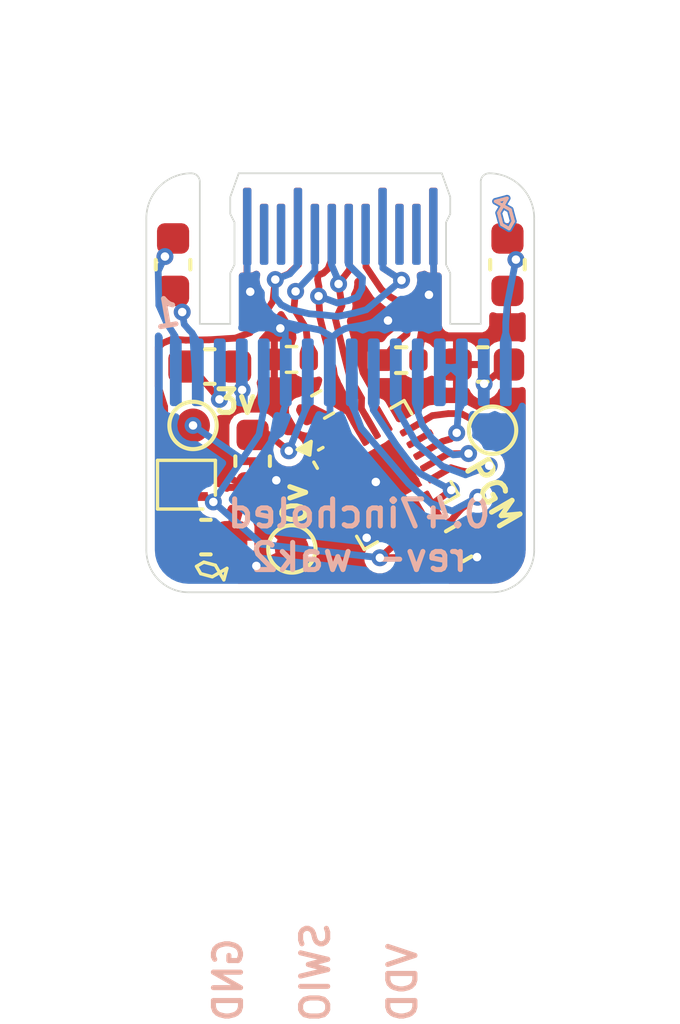
<source format=kicad_pcb>
(kicad_pcb (version 20240108) (generator "pcbnew") (generator_version "8.0")
  (layers (0 "F.Cu" signal) (31 "B.Cu" signal) (34 "B.Paste" user) (35 "F.Paste" user) (36 "B.SilkS" user "B.Silkscreen") (37 "F.SilkS" user "F.Silkscreen") (38 "B.Mask" user) (39 "F.Mask" user) (44 "Edge.Cuts" user))
  (net 0 "")
  (net 1 "VDD")
  (net 2 "GND")
  (net 3 "+5V")
  (net 4 "Net-(U1-VCC)")
  (net 5 "Net-(U1-C2N)")
  (net 6 "Net-(U1-C2P)")
  (net 7 "Net-(U1-C1P)")
  (net 8 "Net-(U1-C1N)")
  (net 9 "Net-(U1-VCOMH)")
  (net 10 "Net-(J2-CC2)")
  (net 11 "D+")
  (net 12 "D-")
  (net 13 "SBU1")
  (net 14 "Net-(J2-CC1)")
  (net 15 "SBU2")
  (net 16 "SWIO")
  (net 17 "DPU")
  (net 18 "SDA")
  (net 19 "CS")
  (net 20 "DC")
  (net 21 "RST")
  (net 22 "SCL")
  (net 27 "Net-(U1-VDD)")
  (footprint "Capacitor_SMD:C_0603_1608Metric" (layer "F.Cu") (at 167.67 90.09 -150)
    (property "Reference" "C1" (hide yes))
    (property "Value" "1u")
    (fp_line (start -0.14058 0.51) (end 0.14058 0.51) (stroke (width 0.12)) (layer "F.SilkS"))
    (fp_line (start -0.14058 -0.51) (end 0.14058 -0.51) (stroke (width 0.12)) (layer "F.SilkS"))
    (pad "1" smd roundrect (at -0.775 0 210) (size 0.9 0.95) (layers "F.Cu" "F.Paste" "F.Mask") (net 2 "GND"))
    (pad "2" smd roundrect (at 0.775 0 210) (size 0.9 0.95) (layers "F.Cu" "F.Paste" "F.Mask") (net 1 "VDD"))
  )
  (footprint "cnhardware:xdfn-reg" (layer "F.Cu") (at 159.63 88.34 90)
    (property "Reference" "U3" (hide yes))
    (property "Value" "3.3vReg")
    (fp_line (start 0.72 -0.86) (end -0.72 -0.86) (stroke (width 0.1)) (layer "F.SilkS"))
    (fp_line (start -0.72 -0.86) (end -0.72 0.48) (stroke (width 0.1)) (layer "F.SilkS"))
    (fp_line (start 0.72 0.85) (end 0.72 -0.86) (stroke (width 0.1)) (layer "F.SilkS"))
    (fp_line (start 0.72 0.85) (end -0.31 0.85) (stroke (width 0.1)) (layer "F.SilkS"))
    (pad "1" smd custom (at -0.35 0.51 90) (size 0.26 0.23) (layers "F.Cu" "F.Paste" "F.Mask") (net 1 "VDD") (options (clearance outline) (anchor rect)) (primitives (gr_poly (pts (xy 0.13 -0.115) (xy -0.13 -0.115) (xy -0.13 -0.275) (xy -0.03 -0.275)) (width 0) (fill yes))))
    (pad "2" smd custom (at 0.35 0.51 90) (size 0.26 0.23) (layers "F.Cu" "F.Paste" "F.Mask") (net 2 "GND") (options (clearance outline) (anchor rect)) (primitives (gr_poly (pts (xy 0.13 -0.115) (xy -0.13 -0.115) (xy 0.03 -0.275) (xy 0.13 -0.275)) (width 0) (fill yes))))
    (pad "3" smd custom (at 0.35 -0.51 270) (size 0.26 0.23) (layers "F.Cu" "F.Paste" "F.Mask") (net 3 "+5V") (options (clearance outline) (anchor rect)) (primitives (gr_poly (pts (xy 0.13 -0.115) (xy -0.13 -0.115) (xy -0.13 -0.275) (xy -0.03 -0.275)) (width 0) (fill yes))))
    (pad "4" smd custom (at -0.35 -0.51 270) (size 0.26 0.23) (layers "F.Cu" "F.Paste" "F.Mask") (net 3 "+5V") (options (clearance outline) (anchor rect)) (primitives (gr_poly (pts (xy 0.13 -0.115) (xy -0.13 -0.115) (xy 0.03 -0.275) (xy 0.13 -0.275)) (width 0) (fill yes))))
    (pad "5" smd rect (at 0 0 315) (size 0.48 0.48) (layers "F.Cu" "F.Paste" "F.Mask") (net 2 "GND"))
  )
  (footprint "Resistor_SMD:R_0402_1005Metric" (layer "F.Cu") (at 162.73 84.64 180)
    (property "Reference" "R4" (hide yes))
    (property "Value" "5.1k")
    (fp_line (start -0.153641 0.38) (end 0.153641 0.38) (stroke (width 0.1)) (layer "F.SilkS"))
    (fp_line (start -0.153641 -0.38) (end 0.153641 -0.38) (stroke (width 0.1)) (layer "F.SilkS"))
    (pad "1" smd roundrect (at -0.51 0 180) (size 0.54 0.64) (layers "F.Cu" "F.Paste" "F.Mask") (net 10 "Net-(J2-CC2)"))
    (pad "2" smd roundrect (at 0.51 0 180) (size 0.54 0.64) (layers "F.Cu" "F.Paste" "F.Mask") (net 2 "GND"))
  )
  (footprint "Capacitor_SMD:C_0603_1608Metric" (layer "F.Cu") (at 160.2 89.89 180)
    (property "Reference" "C3" (hide yes))
    (property "Value" "4.7u")
    (fp_line (start -0.14058 0.51) (end 0.14058 0.51) (stroke (width 0.12)) (layer "F.SilkS"))
    (fp_line (start -0.14058 -0.51) (end 0.14058 -0.51) (stroke (width 0.12)) (layer "F.SilkS"))
    (pad "1" smd roundrect (at -0.775 0 180) (size 0.9 0.95) (layers "F.Cu" "F.Paste" "F.Mask") (net 2 "GND"))
    (pad "2" smd roundrect (at 0.775 0 180) (size 0.9 0.95) (layers "F.Cu" "F.Paste" "F.Mask") (net 3 "+5V"))
  )
  (footprint "Capacitor_SMD:C_0603_1608Metric" (layer "F.Cu") (at 168.38 84.79 180)
    (property "Reference" "C7" (hide yes))
    (property "Value" "1u")
    (fp_line (start -0.14058 0.51) (end 0.14058 0.51) (stroke (width 0.12)) (layer "F.SilkS"))
    (fp_line (start -0.14058 -0.51) (end 0.14058 -0.51) (stroke (width 0.12)) (layer "F.SilkS"))
    (pad "1" smd roundrect (at -0.775 0 180) (size 0.9 0.95) (layers "F.Cu" "F.Paste" "F.Mask") (net 9 "Net-(U1-VCOMH)"))
    (pad "2" smd roundrect (at 0.775 0 180) (size 0.9 0.95) (layers "F.Cu" "F.Paste" "F.Mask") (net 2 "GND"))
  )
  (footprint "Capacitor_SMD:C_0603_1608Metric" (layer "F.Cu") (at 160.315 84.85)
    (property "Reference" "C6" (hide yes))
    (property "Value" "1u")
    (fp_line (start -0.14058 -0.51) (end 0.14058 -0.51) (stroke (width 0.12)) (layer "F.SilkS"))
    (fp_line (start -0.14058 0.51) (end 0.14058 0.51) (stroke (width 0.12)) (layer "F.SilkS"))
    (pad "1" smd roundrect (at -0.775 0) (size 0.9 0.95) (layers "F.Cu" "F.Paste" "F.Mask") (net 7 "Net-(U1-C1P)"))
    (pad "2" smd roundrect (at 0.775 0) (size 0.9 0.95) (layers "F.Cu" "F.Paste" "F.Mask") (net 8 "Net-(U1-C1N)"))
  )
  (footprint "Capacitor_SMD:C_0603_1608Metric" (layer "F.Cu") (at 159.23 81.84 90)
    (property "Reference" "C5" (hide yes))
    (property "Value" "1u")
    (fp_line (start -0.14058 -0.51) (end 0.14058 -0.51) (stroke (width 0.12)) (layer "F.SilkS"))
    (fp_line (start -0.14058 0.51) (end 0.14058 0.51) (stroke (width 0.12)) (layer "F.SilkS"))
    (pad "1" smd roundrect (at -0.775 0 90) (size 0.9 0.95) (layers "F.Cu" "F.Paste" "F.Mask") (net 5 "Net-(U1-C2N)"))
    (pad "2" smd roundrect (at 0.775 0 90) (size 0.9 0.95) (layers "F.Cu" "F.Paste" "F.Mask") (net 6 "Net-(U1-C2P)"))
  )
  (footprint "Capacitor_SMD:C_0603_1608Metric" (layer "F.Cu") (at 161.58 87.645 90)
    (property "Reference" "C2" (hide yes))
    (property "Value" "1u")
    (fp_line (start -0.14058 -0.51) (end 0.14058 -0.51) (stroke (width 0.12)) (layer "F.SilkS"))
    (fp_line (start -0.14058 0.51) (end 0.14058 0.51) (stroke (width 0.12)) (layer "F.SilkS"))
    (pad "1" smd roundrect (at -0.775 0 90) (size 0.9 0.95) (layers "F.Cu" "F.Paste" "F.Mask") (net 2 "GND"))
    (pad "2" smd roundrect (at 0.775 0 90) (size 0.9 0.95) (layers "F.Cu" "F.Paste" "F.Mask") (net 27 "Net-(U1-VDD)"))
  )
  (footprint "Package_DFN_QFN:QFN-20-1EP_3x3mm_P0.4mm_EP1.65x1.65mm" (layer "F.Cu") (at 165.46782 88.055737 30)
    (property "Reference" "U2" (hide yes))
    (property "Value" "CH32V003F4U6")
    (fp_line (start -1.61 -1.16) (end -1.610001 -1.370001) (stroke (width 0.1)) (layer "F.SilkS"))
    (fp_line (start -1.16 -1.61) (end -1.31 -1.61) (stroke (width 0.1)) (layer "F.SilkS"))
    (fp_line (start -1.61 1.61) (end -1.61 1.16) (stroke (width 0.1)) (layer "F.SilkS"))
    (fp_line (start -1.16 1.61) (end -1.61 1.61) (stroke (width 0.1)) (layer "F.SilkS"))
    (fp_line (start 1.16 -1.61) (end 1.61 -1.61) (stroke (width 0.1)) (layer "F.SilkS"))
    (fp_line (start 1.61 -1.61) (end 1.61 -1.16) (stroke (width 0.1)) (layer "F.SilkS"))
    (fp_line (start 1.16 1.61) (end 1.61 1.61) (stroke (width 0.1)) (layer "F.SilkS"))
    (fp_line (start 1.61 1.61) (end 1.61 1.16) (stroke (width 0.1)) (layer "F.SilkS"))
    (fp_poly (pts (xy -1.61 -1.61) (xy -1.85 -1.94) (xy -1.37 -1.94) (xy -1.61 -1.61)) (stroke (width 0.1)) (fill solid) (layer "F.SilkS"))
    (pad "1" smd roundrect (at -1.45 -0.800001 30) (size 0.85 0.2) (layers "F.Cu" "F.Paste" "F.Mask"))
    (pad "2" smd roundrect (at -1.450001 -0.400002 30) (size 0.85 0.2) (layers "F.Cu" "F.Paste" "F.Mask"))
    (pad "3" smd roundrect (at -1.450001 -0.000001 30) (size 0.85 0.2) (layers "F.Cu" "F.Paste" "F.Mask"))
    (pad "4" smd roundrect (at -1.450001 0.4 30) (size 0.85 0.2) (layers "F.Cu" "F.Paste" "F.Mask") (net 2 "GND"))
    (pad "5" smd roundrect (at -1.45 0.8 30) (size 0.85 0.2) (layers "F.Cu" "F.Paste" "F.Mask"))
    (pad "6" smd roundrect (at -0.800001 1.45 30) (size 0.2 0.85) (layers "F.Cu" "F.Paste" "F.Mask") (net 1 "VDD"))
    (pad "7" smd roundrect (at -0.400002 1.450001 30) (size 0.2 0.85) (layers "F.Cu" "F.Paste" "F.Mask"))
    (pad "8" smd roundrect (at -0.000001 1.450001 30) (size 0.2 0.85) (layers "F.Cu" "F.Paste" "F.Mask"))
    (pad "9" smd roundrect (at 0.4 1.450001 30) (size 0.2 0.85) (layers "F.Cu" "F.Paste" "F.Mask") (net 19 "CS"))
    (pad "10" smd roundrect (at 0.8 1.45 30) (size 0.2 0.85) (layers "F.Cu" "F.Paste" "F.Mask") (net 21 "RST"))
    (pad "11" smd roundrect (at 1.45 0.800001 30) (size 0.85 0.2) (layers "F.Cu" "F.Paste" "F.Mask") (net 20 "DC"))
    (pad "12" smd roundrect (at 1.450001 0.400002 30) (size 0.85 0.2) (layers "F.Cu" "F.Paste" "F.Mask") (net 22 "SCL"))
    (pad "13" smd roundrect (at 1.450001 0.000001 30) (size 0.85 0.2) (layers "F.Cu" "F.Paste" "F.Mask") (net 18 "SDA"))
    (pad "14" smd roundrect (at 1.450001 -0.4 30) (size 0.85 0.2) (layers "F.Cu" "F.Paste" "F.Mask"))
    (pad "15" smd roundrect (at 1.45 -0.8 30) (size 0.85 0.2) (layers "F.Cu" "F.Paste" "F.Mask") (net 16 "SWIO"))
    (pad "16" smd roundrect (at 0.800001 -1.45 30) (size 0.2 0.85) (layers "F.Cu" "F.Paste" "F.Mask"))
    (pad "17" smd roundrect (at 0.400002 -1.450001 30) (size 0.2 0.85) (layers "F.Cu" "F.Paste" "F.Mask") (net 11 "D+"))
    (pad "18" smd roundrect (at 0.000001 -1.450001 30) (size 0.2 0.85) (layers "F.Cu" "F.Paste" "F.Mask") (net 12 "D-"))
    (pad "19" smd roundrect (at -0.4 -1.450001 30) (size 0.2 0.85) (layers "F.Cu" "F.Paste" "F.Mask") (net 17 "DPU"))
    (pad "20" smd roundrect (at -0.8 -1.45 30) (size 0.2 0.85) (layers "F.Cu" "F.Paste" "F.Mask"))
    (pad "21" smd rect (at 0 0 30) (size 1.65 1.65) (property pad_prop_heatsink) (layers "F.Cu" "F.Mask") (net 2 "GND"))
  )
  (footprint "TestPoint:TestPoint_Pad_D1.0mm" (layer "F.Cu") (at 159.82 86.59)
    (property "Reference" "TP3" (hide yes))
    (property "Value" "3v" (at 1.27 -0.7 0) (layer "F.SilkS") (effects (font (size 0.7 0.7))))
    (fp_circle (center 0 0) (end 0 0.7) (stroke (width 0.12)) (fill none) (layer "F.SilkS"))
    (pad "1" smd circle (at 0 0) (size 1 1) (layers "F.Cu" "F.Mask") (net 1 "VDD"))
  )
  (footprint "TestPoint:TestPoint_Pad_D1.0mm" (layer "F.Cu") (at 168.67 86.73)
    (property "Reference" "TP2" (hide yes))
    (property "Value" "PGM" (at 0.01 1.86 120) (layer "F.SilkS") (effects (font (size 0.7 0.7))))
    (fp_circle (center 0 0) (end 0 0.7) (stroke (width 0.12)) (fill none) (layer "F.SilkS"))
    (pad "1" smd circle (at 0 0) (size 1 1) (layers "F.Cu" "F.Mask") (net 16 "SWIO"))
  )
  (footprint "Resistor_SMD:R_0402_1005Metric" (layer "F.Cu") (at 165.97 84.66)
    (property "Reference" "R3" (hide yes))
    (property "Value" "5.1k")
    (fp_line (start -0.153641 -0.38) (end 0.153641 -0.38) (stroke (width 0.12)) (layer "F.SilkS"))
    (fp_line (start -0.153641 0.38) (end 0.153641 0.38) (stroke (width 0.12)) (layer "F.SilkS"))
    (pad "1" smd roundrect (at -0.51 0) (size 0.54 0.64) (layers "F.Cu" "F.Paste" "F.Mask") (net 14 "Net-(J2-CC1)"))
    (pad "2" smd roundrect (at 0.51 0) (size 0.54 0.64) (layers "F.Cu" "F.Paste" "F.Mask") (net 2 "GND"))
  )
  (footprint "Resistor_SMD:R_0402_1005Metric" (layer "F.Cu") (at 163.65 85.97 30)
    (property "Reference" "R5" (hide yes))
    (property "Value" "1.5k")
    (fp_line (start -0.153641 -0.38) (end 0.153641 -0.38) (stroke (width 0.1)) (layer "F.SilkS"))
    (fp_line (start -0.153641 0.38) (end 0.153641 0.38) (stroke (width 0.1)) (layer "F.SilkS"))
    (pad "1" smd roundrect (at -0.51 0 30) (size 0.54 0.64) (layers "F.Cu" "F.Paste" "F.Mask") (net 17 "DPU"))
    (pad "2" smd roundrect (at 0.51 0 30) (size 0.54 0.64) (layers "F.Cu" "F.Paste" "F.Mask") (net 12 "D-"))
  )
  (footprint "Capacitor_SMD:C_0603_1608Metric" (layer "F.Cu") (at 169.11 81.84 -90)
    (property "Reference" "C4" (hide yes))
    (property "Value" "1u")
    (fp_line (start -0.14058 0.51) (end 0.14058 0.51) (stroke (width 0.12)) (layer "F.SilkS"))
    (fp_line (start -0.14058 -0.51) (end 0.14058 -0.51) (stroke (width 0.12)) (layer "F.SilkS"))
    (pad "1" smd roundrect (at -0.775 0 270) (size 0.9 0.95) (layers "F.Cu" "F.Paste" "F.Mask") (net 4 "Net-(U1-VCC)"))
    (pad "2" smd roundrect (at 0.775 0 270) (size 0.9 0.95) (layers "F.Cu" "F.Paste" "F.Mask") (net 2 "GND"))
  )
  (footprint "TestPoint:TestPoint_Pad_D1.0mm" (layer "F.Cu") (at 162.74 90.24)
    (property "Reference" "TP1" (hide yes))
    (property "Value" "0v" (at 0.09 -1.34 90) (layer "F.SilkS") (effects (font (size 0.7 0.7))))
    (fp_circle (center 0 0) (end 0 0.7) (stroke (width 0.12)) (fill none) (layer "F.SilkS"))
    (pad "1" smd circle (at 0 0) (size 1 1) (layers "F.Cu" "F.Mask") (net 2 "GND"))
  )
  (footprint "cnhardware:USB_C_PADDLE" (layer "F.Cu") (at 164.17 81.59)
    (property "Reference" "J2" (hide yes))
    (property "Value" "USB_C_Receptacle_USB2.0")
    (fp_line (start -3.250001 -1.75) (end -3.250001 -1.25) (stroke (width 0.05)) (layer "Edge.Cuts"))
    (fp_line (start -3.250001 -1.25) (end -3.125 -0.999999) (stroke (width 0.05)) (layer "Edge.Cuts"))
    (fp_line (start -3.250001 0.5) (end -3.25 2) (stroke (width 0.05)) (layer "Edge.Cuts"))
    (fp_line (start -3.250001 0.5) (end -3.124999 0.25) (stroke (width 0.05)) (layer "Edge.Cuts"))
    (fp_line (start -3.125 -0.999999) (end -3.124999 0.25) (stroke (width 0.05)) (layer "Edge.Cuts"))
    (fp_line (start -3 -2.45) (end -3.250001 -1.75) (stroke (width 0.05)) (layer "Edge.Cuts"))
    (fp_line (start 3 -2.45) (end -3 -2.45) (stroke (width 0.05)) (layer "Edge.Cuts"))
    (fp_line (start 3 -2.45) (end 3.25 -1.749999) (stroke (width 0.05)) (layer "Edge.Cuts"))
    (fp_line (start 3.124999 -1) (end 3.124999 0.25) (stroke (width 0.05)) (layer "Edge.Cuts"))
    (fp_line (start 3.25 -1.749999) (end 3.250001 -1.25) (stroke (width 0.05)) (layer "Edge.Cuts"))
    (fp_line (start 3.25 2) (end 3.250001 0.5) (stroke (width 0.05)) (layer "Edge.Cuts"))
    (fp_line (start 3.250001 -1.25) (end 3.124999 -1) (stroke (width 0.05)) (layer "Edge.Cuts"))
    (fp_line (start 3.250001 0.5) (end 3.124999 0.25) (stroke (width 0.05)) (layer "Edge.Cuts"))
    (pad "A1" smd roundrect (at 2.75 -0.875) (size 0.25 2.3) (layers "F.Cu" "F.Paste" "F.Mask") (net 2 "GND"))
    (pad "A2" smd roundrect (at 2.25 -0.650001) (size 0.25 1.8) (layers "F.Cu" "F.Paste" "F.Mask"))
    (pad "A3" smd roundrect (at 1.75 -0.650001) (size 0.25 1.8) (layers "F.Cu" "F.Paste" "F.Mask"))
    (pad "A4" smd roundrect (at 1.25 -0.875) (size 0.25 2.3) (layers "F.Cu" "F.Paste" "F.Mask") (net 3 "+5V"))
    (pad "A5" smd roundrect (at 0.75 -0.65) (size 0.25 1.8) (layers "F.Cu" "F.Paste" "F.Mask") (net 14 "Net-(J2-CC1)"))
    (pad "A6" smd roundrect (at 0.25 -0.650001) (size 0.25 1.8) (layers "F.Cu" "F.Paste" "F.Mask") (net 11 "D+"))
    (pad "A7" smd roundrect (at -0.249999 -0.65 180) (size 0.25 1.8) (layers "F.Cu" "F.Paste" "F.Mask") (net 12 "D-"))
    (pad "A8" smd roundrect (at -0.75 -0.65 180) (size 0.25 1.8) (layers "F.Cu" "F.Paste" "F.Mask") (net 13 "SBU1"))
    (pad "A9" smd roundrect (at -1.25 -0.875 180) (size 0.25 2.3) (layers "F.Cu" "F.Paste" "F.Mask") (net 3 "+5V"))
    (pad "A10" smd roundrect (at -1.749999 -0.65 180) (size 0.25 1.8) (layers "F.Cu" "F.Paste" "F.Mask"))
    (pad "A11" smd roundrect (at -2.25 -0.650001 180) (size 0.25 1.8) (layers "F.Cu" "F.Paste" "F.Mask"))
    (pad "A12" smd roundrect (at -2.75 -0.875 180) (size 0.25 2.3) (layers "F.Cu" "F.Paste" "F.Mask") (net 2 "GND"))
    (pad "B1" smd roundrect (at -2.75 -0.87) (size 0.25 2.3) (layers "B.Cu" "B.Paste" "B.Mask") (net 2 "GND"))
    (pad "B2" smd roundrect (at -2.25 -0.645) (size 0.25 1.8) (layers "B.Cu" "B.Paste" "B.Mask"))
    (pad "B3" smd roundrect (at -1.75 -0.644999) (size 0.25 1.8) (layers "B.Cu" "B.Paste" "B.Mask"))
    (pad "B4" smd roundrect (at -1.25 -0.87) (size 0.25 2.3) (layers "B.Cu" "B.Paste" "B.Mask") (net 3 "+5V"))
    (pad "B5" smd roundrect (at -0.75 -0.645) (size 0.25 1.8) (layers "B.Cu" "B.Paste" "B.Mask") (net 10 "Net-(J2-CC2)"))
    (pad "B6" smd roundrect (at -0.25 -0.644999) (size 0.25 1.8) (layers "B.Cu" "B.Paste" "B.Mask") (net 11 "D+"))
    (pad "B7" smd roundrect (at 0.25 -0.644999 180) (size 0.25 1.8) (layers "B.Cu" "B.Paste" "B.Mask") (net 12 "D-"))
    (pad "B8" smd roundrect (at 0.75 -0.645 180) (size 0.25 1.8) (layers "B.Cu" "B.Paste" "B.Mask") (net 15 "SBU2"))
    (pad "B9" smd roundrect (at 1.25 -0.87 180) (size 0.25 2.3) (layers "B.Cu" "B.Paste" "B.Mask") (net 3 "+5V"))
    (pad "B10" smd roundrect (at 1.749999 -0.645 180) (size 0.25 1.8) (layers "B.Cu" "B.Paste" "B.Mask"))
    (pad "B11" smd roundrect (at 2.25 -0.645 180) (size 0.25 1.8) (layers "B.Cu" "B.Paste" "B.Mask"))
    (pad "B12" smd roundrect (at 2.75 -0.87 180) (size 0.25 2.3) (layers "B.Cu" "B.Paste" "B.Mask") (net 2 "GND"))
  )
  (footprint "cnhardware:P0.65mm_16_pin_OLED_FLEX_CONTACT" (layer "B.Cu") (at 169.06 88.92 -90)
    (property "Reference" "U1" (hide yes))
    (property "Value" "~")
    (pad "1" smd roundrect (at -3.9 9.75 270) (size 2 0.35) (layers "B.Cu" "B.Paste" "B.Mask") (net 6 "Net-(U1-C2P)"))
    (pad "2" smd roundrect (at -3.9 9.1 270) (size 2 0.35) (layers "B.Cu" "B.Paste" "B.Mask") (net 5 "Net-(U1-C2N)"))
    (pad "3" smd roundrect (at -3.9 8.45 270) (size 2 0.35) (layers "B.Cu" "B.Paste" "B.Mask") (net 7 "Net-(U1-C1P)"))
    (pad "4" smd roundrect (at -3.9 7.8 270) (size 2 0.35) (layers "B.Cu" "B.Paste" "B.Mask") (net 8 "Net-(U1-C1N)"))
    (pad "5" smd roundrect (at -3.9 7.15 270) (size 2 0.35) (layers "B.Cu" "B.Paste" "B.Mask") (net 1 "VDD"))
    (pad "6" smd roundrect (at -3.9 6.5 270) (size 2 0.35) (layers "B.Cu" "B.Paste" "B.Mask") (net 2 "GND"))
    (pad "7" smd roundrect (at -3.9 5.85 270) (size 2 0.35) (layers "B.Cu" "B.Paste" "B.Mask") (net 27 "Net-(U1-VDD)"))
    (pad "8" smd roundrect (at -3.9 5.2 270) (size 2 0.35) (layers "B.Cu" "B.Paste" "B.Mask") (net 2 "GND"))
    (pad "9" smd roundrect (at -3.9 4.55 270) (size 2 0.35) (layers "B.Cu" "B.Paste" "B.Mask") (net 19 "CS"))
    (pad "10" smd roundrect (at -3.9 3.9 270) (size 2 0.35) (layers "B.Cu" "B.Paste" "B.Mask") (net 21 "RST"))
    (pad "11" smd roundrect (at -3.9 3.25 270) (size 2 0.35) (layers "B.Cu" "B.Paste" "B.Mask") (net 20 "DC"))
    (pad "12" smd roundrect (at -3.9 2.6 270) (size 2 0.35) (layers "B.Cu" "B.Paste" "B.Mask") (net 22 "SCL"))
    (pad "13" smd roundrect (at -3.9 1.95 270) (size 2 0.35) (layers "B.Cu" "B.Paste" "B.Mask") (net 18 "SDA"))
    (pad "14" smd roundrect (at -3.9 1.3 270) (size 2 0.35) (layers "B.Cu" "B.Paste" "B.Mask") (net 18 "SDA"))
    (pad "15" smd roundrect (at -3.9 0.65 270) (size 2 0.35) (layers "B.Cu" "B.Paste" "B.Mask") (net 9 "Net-(U1-VCOMH)"))
    (pad "16" smd roundrect (at -3.9 0 270) (size 2 0.35) (layers "B.Cu" "B.Paste" "B.Mask") (net 4 "Net-(U1-VCC)"))
  )
  (gr_line (start 168.941506 80.651506) (end 168.85 80.31) (stroke (width 0.1)) (layer "B.SilkS"))
  (gr_line (start 168.85 80.31) (end 169.099998 79.876985) (stroke (width 0.1)) (layer "B.SilkS"))
  (gr_line (start 169.191507 80.218493) (end 169.283012 80.560002) (stroke (width 0.1)) (layer "B.SilkS"))
  (gr_line (start 169.283012 80.560002) (end 169.158011 80.776507) (stroke (width 0.1)) (layer "B.SilkS"))
  (gr_line (start 168.758493 79.968494) (end 169.191507 80.218493) (stroke (width 0.1)) (layer "B.SilkS"))
  (gr_line (start 169.158011 80.776507) (end 168.941506 80.651506) (stroke (width 0.1)) (layer "B.SilkS"))
  (gr_line (start 169.099998 79.876985) (end 168.758493 79.968494) (stroke (width 0.1)) (layer "B.SilkS"))
  (gr_line (start 160.138491 90.628492) (end 159.921987 90.753493) (stroke (width 0.1)) (layer "F.SilkS"))
  (gr_line (start 160.821508 90.811505) (end 160.730002 91.15301) (stroke (width 0.1)) (layer "F.SilkS"))
  (gr_line (start 160.388493 91.061505) (end 160.821508 90.811505) (stroke (width 0.1)) (layer "F.SilkS"))
  (gr_line (start 160.730002 91.15301) (end 160.48 90.72) (stroke (width 0.1)) (layer "F.SilkS"))
  (gr_line (start 160.48 90.72) (end 160.138491 90.628492) (stroke (width 0.1)) (layer "F.SilkS"))
  (gr_line (start 159.921987 90.753493) (end 160.046987 90.969998) (stroke (width 0.1)) (layer "F.SilkS"))
  (gr_line (start 160.046987 90.969998) (end 160.388493 91.061505) (stroke (width 0.1)) (layer "F.SilkS"))
  (gr_arc (start 159.77 79.14) (mid 159.946777 79.213223) (end 160.02 79.39) (stroke (width 0.05)) (layer "Edge.Cuts"))
  (gr_line (start 158.44 80.47) (end 158.44 90.27) (stroke (width 0.05)) (layer "Edge.Cuts"))
  (gr_arc (start 168.32 79.39) (mid 168.393223 79.213223) (end 168.57 79.14) (stroke (width 0.05)) (layer "Edge.Cuts"))
  (gr_line (start 160.02 79.39) (end 160.02 83.59) (stroke (width 0.05)) (layer "Edge.Cuts"))
  (gr_arc (start 169.9 90.27) (mid 169.533883 91.153883) (end 168.65 91.52) (stroke (width 0.05)) (layer "Edge.Cuts"))
  (gr_line (start 168.65 91.52) (end 159.69 91.52) (stroke (width 0.05)) (layer "Edge.Cuts"))
  (gr_line (start 160.92 83.59) (end 160.02 83.59) (stroke (width 0.05)) (layer "Edge.Cuts"))
  (gr_arc (start 168.57 79.14) (mid 169.510452 79.529548) (end 169.9 80.47) (stroke (width 0.05)) (layer "Edge.Cuts"))
  (gr_arc (start 159.69 91.52) (mid 158.806117 91.153883) (end 158.44 90.27) (stroke (width 0.05)) (layer "Edge.Cuts"))
  (gr_line (start 168.32 83.59) (end 167.42 83.59) (stroke (width 0.05)) (layer "Edge.Cuts"))
  (gr_line (start 168.32 83.59) (end 168.32 79.39) (stroke (width 0.05)) (layer "Edge.Cuts"))
  (gr_arc (start 158.44 80.47) (mid 158.829548 79.529548) (end 159.77 79.14) (stroke (width 0.05)) (layer "Edge.Cuts"))
  (gr_line (start 169.9 80.47) (end 169.9 90.27) (stroke (width 0.05)) (layer "Edge.Cuts"))
  (gr_text "GND\n\nSWIO\n\nVDD" (at 166.48 104.29 90) (layer "B.SilkS") (effects (font (size 0.8 0.8) (thickness 0.15) (bold yes)) (justify right bottom mirror)))
  (gr_text "0.47incholed\nrev- wak2" (at 164.725 90.952893 0) (layer "B.SilkS") (effects (font (size 0.8 0.8) (thickness 0.15) (bold yes)) (justify bottom mirror)))
  (gr_text "1" (at 159.58 83.65 10) (layer "B.SilkS") (effects (font (size 0.8 0.8) (thickness 0.15) (bold yes)) (justify left bottom mirror)))
  (segment (start 160.42 88.85) (end 160.14 88.67) (width 0.2) (layer "F.Cu") (net 1))
  (segment (start 165.34 90.5) (end 165.72 90.16) (width 0.2) (layer "F.Cu") (net 1))
  (segment (start 160.388493 91.061505) (end 160.046987 90.969998) (width 0.2) (layer "F.Cu") (net 1))
  (segment (start 159.921987 90.753493) (end 160.046987 90.969998) (width 0.2) (layer "F.Cu") (net 1))
  (segment (start 160.730002 91.15301) (end 160.821508 90.811505) (width 0.2) (layer "F.Cu") (net 1))
  (segment (start 160.48 90.72) (end 160.730002 91.15301) (width 0.2) (layer "F.Cu") (net 1))
  (segment (start 165.69 90.02) (end 165.499999 89.711474) (width 0.2) (layer "F.Cu") (net 1))
  (segment (start 159.921987 90.753493) (end 160.138491 90.628492) (width 0.2) (layer "F.Cu") (net 1))
  (segment (start 160.138491 90.628492) (end 160.48 90.72) (width 0.2) (layer "F.Cu") (net 1))
  (segment (start 160.821508 90.811505) (end 160.388493 91.061505) (width 0.2) (layer "F.Cu") (net 1))
  (segment (start 165.72 90.16) (end 165.69 90.02) (width 0.2) (layer "F.Cu") (net 1))
  (segment (start 166.99883 90.4775) (end 165.34 90.5) (width 0.2) (layer "F.Cu") (net 1))
  (via (at 160.42 88.85) (size 0.5) (drill 0.25) (layers "F.Cu" "B.Cu") (net 1))
  (via (at 159.82 86.59) (size 0.5) (drill 0.25) (layers "F.Cu" "B.Cu") (net 1))
  (via (at 165.34 90.5) (size 0.5) (drill 0.25) (layers "F.Cu" "B.Cu") (net 1))
  (segment (start 169.099998 79.876985) (end 168.85 80.31) (width 0.2) (layer "B.Cu") (net 1))
  (segment (start 161.85 90.1) (end 160.42 88.85) (width 0.2) (layer "B.Cu") (net 1))
  (segment (start 165.34 90.5) (end 161.85 90.1) (width 0.2) (layer "B.Cu") (net 1))
  (segment (start 161.272844 87.592844) (end 160.42 88.85) (width 0.2) (layer "B.Cu") (net 1))
  (segment (start 169.158011 80.776507) (end 169.032171 80.703852) (width 0.2) (layer "B.Cu") (net 1))
  (segment (start 161.945 85.922893) (end 161.77 86.86) (width 0.2) (layer "B.Cu") (net 1))
  (segment (start 169.283012 80.560002) (end 169.191507 80.218493) (width 0.2) (layer "B.Cu") (net 1))
  (segment (start 168.85 80.31) (end 168.941506 80.651506) (width 0.2) (layer "B.Cu") (net 1))
  (segment (start 168.758493 79.968494) (end 169.099998 79.876985) (width 0.2) (layer "B.Cu") (net 1))
  (segment (start 169.158011 80.776507) (end 169.283012 80.560002) (width 0.2) (layer "B.Cu") (net 1))
  (segment (start 169.191507 80.218493) (end 168.758493 79.968494) (width 0.2) (layer "B.Cu") (net 1))
  (segment (start 169.032171 80.703852) (end 168.941506 80.651506) (width 0.2) (layer "B.Cu") (net 1))
  (segment (start 161.272844 87.592844) (end 159.82 86.59) (width 0.2) (layer "B.Cu") (net 1))
  (segment (start 161.77 86.86) (end 161.272844 87.592844) (width 0.2) (layer "B.Cu") (net 1))
  (segment (start 161.945 85.922893) (end 161.905 84.882893) (width 0.2) (layer "B.Cu") (net 1))
  (segment (start 168.44117 89.7625) (end 168.21 90.48) (width 0.2) (layer "F.Cu") (net 2))
  (segment (start 161.41 82.31) (end 161.42 80.715) (width 0.2) (layer "F.Cu") (net 2))
  (segment (start 164.412082 89.127148) (end 165.13 88.72) (width 0.2) (layer "F.Cu") (net 2))
  (segment (start 165.46782 88.055737) (end 165.22 88.26) (width 0.2) (layer "F.Cu") (net 2))
  (segment (start 166.93 82.24) (end 166.92 80.715) (width 0.2) (layer "F.Cu") (net 2))
  (segment (start 166.79 82.73) (end 166.93 82.24) (width 0.2) (layer "F.Cu") (net 2))
  (segment (start 161.42 88.365) (end 160.54 88.01) (width 0.2) (layer "F.Cu") (net 2))
  (segment (start 163.74 89.51) (end 164.412082 89.127148) (width 0.2) (layer "F.Cu") (net 2))
  (segment (start 162.74 90.24) (end 163.42 89.56) (width 0.2) (layer "F.Cu") (net 2))
  (segment (start 162.28 88.210351) (end 161.42 88.365) (width 0.2) (layer "F.Cu") (net 2))
  (segment (start 160.54 88.01) (end 160.14 87.97) (width 0.2) (layer "F.Cu") (net 2))
  (segment (start 166.48 84.62) (end 166.79 82.73) (width 0.2) (layer "F.Cu") (net 2))
  (segment (start 161.51 82.64) (end 161.41 82.31) (width 0.2) (layer "F.Cu") (net 2))
  (segment (start 159.63 88.32) (end 160.14 87.97) (width 0.2) (layer "F.Cu") (net 2))
  (segment (start 163.42 89.56) (end 163.74 89.51) (width 0.2) (layer "F.Cu") (net 2))
  (segment (start 160.975 89.89) (end 161.42 88.365) (width 0.2) (layer "F.Cu") (net 2))
  (segment (start 162.74 90.24) (end 161.69 90.74) (width 0.2) (layer "F.Cu") (net 2))
  (via (at 168.21 90.48) (size 0.5) (drill 0.25) (layers "F.Cu" "B.Cu") (net 2))
  (via (at 162.28 88.210351) (size 0.5) (drill 0.25) (layers "F.Cu" "B.Cu") (net 2))
  (via (at 164.95 89.91) (size 0.5) (drill 0.25) (layers "F.Cu" "B.Cu") (net 2))
  (via (at 162.398933 83.721067) (size 0.5) (drill 0.25) (layers "F.Cu" "B.Cu") (net 2))
  (via (at 161.69 90.74) (size 0.5) (drill 0.25) (layers "F.Cu" "B.Cu") (net 2))
  (via (at 165.58 83.49) (size 0.5) (drill 0.25) (layers "F.Cu" "B.Cu") (net 2))
  (via (at 165.22 88.26) (size 0.5) (drill 0.25) (layers "F.Cu" "B.Cu") (net 2))
  (via (at 166.79 82.73) (size 0.5) (drill 0.25) (layers "F.Cu" "B.Cu") (net 2))
  (via (at 161.51 82.64) (size 0.5) (drill 0.25) (layers "F.Cu" "B.Cu") (net 2))
  (segment (start 163.87 85) (end 163.94 83.98) (width 0.2) (layer "B.Cu") (net 2))
  (segment (start 163.57 83.77) (end 163.94 83.98) (width 0.2) (layer "B.Cu") (net 2))
  (segment (start 163.06 83.67) (end 163.57 83.77) (width 0.2) (layer "B.Cu") (net 2))
  (segment (start 164.481655 83.68811) (end 165.58 83.49) (width 0.2) (layer "B.Cu") (net 2))
  (segment (start 164.110641 83.834984) (end 164.162539 83.810113) (width 0.2) (layer "B.Cu") (net 2))
  (segment (start 164.162539 83.810113) (end 164.198423 83.788026) (width 0.2) (layer "B.Cu") (net 2))
  (segment (start 162.398933 83.721067) (end 162.545 83.782893) (width 0.2) (layer "B.Cu") (net 2))
  (segment (start 163.87 85) (end 163.86 84.09) (width 0.2) (layer "B.Cu") (net 2))
  (segment (start 161.51 82.64) (end 161.42 82.3) (width 0.2) (layer "B.Cu") (net 2))
  (segment (start 166.93 82.24) (end 166.79 82.73) (width 0.2) (layer "B.Cu") (net 2))
  (segment (start 163.94 83.98) (end 164.110641 83.834984) (width 0.2) (layer "B.Cu") (net 2))
  (segment (start 164.31 83.73) (end 164.198423 83.788026) (width 0.2) (layer "B.Cu") (net 2))
  (segment (start 163.87 86.44) (end 163.61 86.98) (width 0.2) (layer "B.Cu") (net 2))
  (segment (start 162.555 85.972893) (end 162.504555 86.12) (width 0.2) (layer "B.Cu") (net 2))
  (segment (start 162.504555 86.12) (end 162.4 86.46) (width 0.2) (layer "B.Cu") (net 2))
  (segment (start 162.4 86.46) (end 162.146784 86.966869) (width 0.2) (layer "B.Cu") (net 2))
  (segment (start 161.42 82.3) (end 161.42 80.72) (width 0.2) (layer "B.Cu") (net 2))
  (segment (start 161.51 82.64) (end 162.398933 83.721067) (width 0.2) (layer "B.Cu") (net 2))
  (segment (start 162.555 84.882893) (end 162.555 85.972893) (width 0.2) (layer "B.Cu") (net 2))
  (segment (start 162.146784 86.966869) (end 162.08 87.3) (width 0.2) (layer "B.Cu") (net 2))
  (segment (start 162.398933 83.721067) (end 163.06 83.67) (width 0.2) (layer "B.Cu") (net 2))
  (segment (start 162.545 83.782893) (end 162.555 84.882893) (width 0.2) (layer "B.Cu") (net 2))
  (segment (start 163.855 84.97) (end 163.87 86.44) (width 0.2) (layer "B.Cu") (net 2))
  (segment (start 166.92 80.72) (end 166.93 82.24) (width 0.2) (layer "B.Cu") (net 2))
  (segment (start 164.31 83.73) (end 164.481655 83.68811) (width 0.2) (layer "B.Cu") (net 2))
  (segment (start 162.08 87.3) (end 162.28 88.210351) (width 0.2) (layer "B.Cu") (net 2))
  (segment (start 158.79 84.29) (end 158.79 85.42) (width 0.2) (layer "F.Cu") (net 3))
  (segment (start 158.88 88.24) (end 158.94 88.42) (width 0.2) (layer "F.Cu") (net 3))
  (segment (start 159 87.24) (end 159.12 87.97) (width 0.2) (layer "F.Cu") (net 3))
  (segment (start 161.07 84.01) (end 160.29 84.06) (width 0.2) (layer "F.Cu") (net 3))
  (segment (start 160.29 84.06) (end 159.61 84.07) (width 0.2) (layer "F.Cu") (net 3))
  (segment (start 161.5 83.85) (end 161.07 84.01) (width 0.2) (layer "F.Cu") (net 3))
  (segment (start 159.12 88.67) (end 159.425 89.89) (width 0.2) (layer "F.Cu") (net 3))
  (segment (start 161.77 83.55) (end 161.5 83.85) (width 0.2) (layer "F.Cu") (net 3))
  (segment (start 165.43 81.94) (end 165.42 80.715) (width 0.2) (layer "F.Cu") (net 3))
  (segment (start 158.94 88.42) (end 159.12 88.67) (width 0.2) (layer "F.Cu") (net 3))
  (segment (start 162.25 82.28) (end 162.650122 82.110123) (width 0.2) (layer "F.Cu") (net 3))
  (segment (start 162.18 82.92) (end 161.77 83.55) (width 0.2) (layer "F.Cu") (net 3))
  (segment (start 158.92 84.16) (end 158.79 84.29) (width 0.2) (layer "F.Cu") (net 3))
  (segment (start 158.98 86.03) (end 159 87.24) (width 0.2) (layer "F.Cu") (net 3))
  (segment (start 159.21 84.04) (end 158.92 84.16) (width 0.2) (layer "F.Cu") (net 3))
  (segment (start 158.9 88.02) (end 158.88 88.24) (width 0.2) (layer "F.Cu") (net 3))
  (segment (start 165.98 82.3) (end 165.43 81.94) (width 0.2) (layer "F.Cu") (net 3))
  (segment (start 162.93 81.84) (end 162.92 80.715) (width 0.2) (layer "F.Cu") (net 3))
  (segment (start 162.25 82.28) (end 162.18 82.92) (width 0.2) (layer "F.Cu") (net 3))
  (segment (start 158.79 85.42) (end 158.98 86.03) (width 0.2) (layer "F.Cu") (net 3))
  (segment (start 162.74 82.02) (end 162.93 81.84) (width 0.2) (layer "F.Cu") (net 3))
  (segment (start 159.12 87.97) (end 158.9 88.02) (width 0.2) (layer "F.Cu") (net 3))
  (segment (start 159.61 84.07) (end 159.21 84.04) (width 0.2) (layer "F.Cu") (net 3))
  (segment (start 162.650122 82.110123) (end 162.74 82.02) (width 0.2) (layer "F.Cu") (net 3))
  (via (at 165.98 82.3) (size 0.5) (drill 0.25) (layers "F.Cu" "B.Cu") (net 3))
  (via (at 162.25 82.28) (size 0.5) (drill 0.25) (layers "F.Cu" "B.Cu") (net 3))
  (segment (start 165.98 82.3) (end 165.43 81.94) (width 0.2) (layer "B.Cu") (net 3))
  (segment (start 162.68 82.11) (end 162.89 81.88) (width 0.2) (layer "B.Cu") (net 3))
  (segment (start 163.25 83.29) (end 163.73 83.33) (width 0.2) (layer "B.Cu") (net 3))
  (segment (start 162.25 82.8) (end 162.42 83.02) (width 0.2) (layer "B.Cu") (net 3))
  (segment (start 162.69 83.16) (end 163.25 83.29) (width 0.2) (layer "B.Cu") (net 3))
  (segment (start 164.58 83.27) (end 164.94 83.17) (width 0.2) (layer "B.Cu") (net 3))
  (segment (start 164.94 83.17) (end 165.98 82.3) (width 0.2) (layer "B.Cu") (net 3))
  (segment (start 165.43 81.94) (end 165.42 80.72) (width 0.2) (layer "B.Cu") (net 3))
  (segment (start 162.25 82.28) (end 162.68 82.11) (width 0.2) (layer "B.Cu") (net 3))
  (segment (start 162.89 81.88) (end 162.92 80.72) (width 0.2) (layer "B.Cu") (net 3))
  (segment (start 162.25 82.28) (end 162.25 82.8) (width 0.2) (layer "B.Cu") (net 3))
  (segment (start 164.09 83.37) (end 164.58 83.27) (width 0.2) (layer "B.Cu") (net 3))
  (segment (start 162.42 83.02) (end 162.69 83.16) (width 0.2) (layer "B.Cu") (net 3))
  (segment (start 163.73 83.33) (end 164.09 83.37) (width 0.2) (layer "B.Cu") (net 3))
  (segment (start 169.11 81.065) (end 169.36 81.69) (width 0.2) (layer "F.Cu") (net 4))
  (via (at 169.36 81.69) (size 0.5) (drill 0.25) (layers "F.Cu" "B.Cu") (net 4))
  (segment (start 169.06 83.55) (end 169.055 84.882893) (width 0.2) (layer "B.Cu") (net 4))
  (segment (start 169.1 83.03) (end 169.06 83.55) (width 0.2) (layer "B.Cu") (net 4))
  (segment (start 169.36 81.69) (end 169.1 83.03) (width 0.2) (layer "B.Cu") (net 4))
  (segment (start 159.5 83.24) (end 159.23 82.665) (width 0.2) (layer "F.Cu") (net 5))
  (via (at 159.5 83.24) (size 0.5) (drill 0.25) (layers "F.Cu" "B.Cu") (net 5))
  (segment (start 159.56 83.6) (end 159.5 83.24) (width 0.2) (layer "B.Cu") (net 5))
  (segment (start 159.712512 83.777487) (end 159.56 83.6) (width 0.2) (layer "B.Cu") (net 5))
  (segment (start 159.95 84.13) (end 159.787512 83.852487) (width 0.2) (layer "B.Cu") (net 5))
  (segment (start 159.787512 83.852487) (end 159.712512 83.777487) (width 0.2) (layer "B.Cu") (net 5))
  (segment (start 159.955 84.97) (end 159.95 84.13) (width 0.2) (layer "B.Cu") (net 5))
  (via (at 158.99 81.6) (size 0.5) (drill 0.25) (layers "F.Cu" "B.Cu") (net 6))
  (segment (start 159.29 83.95) (end 159.04 83.56) (width 0.2) (layer "B.Cu") (net 6))
  (segment (start 159.04 83.56) (end 158.81 83.04) (width 0.2) (layer "B.Cu") (net 6))
  (segment (start 159.305 84.882893) (end 159.29 83.95) (width 0.2) (layer "B.Cu") (net 6))
  (segment (start 158.81 83.04) (end 158.79 82.03) (width 0.2) (layer "B.Cu") (net 6))
  (segment (start 158.79 82.03) (end 158.99 81.6) (width 0.2) (layer "B.Cu") (net 6))
  (segment (start 159.785 84.86) (end 160.6 85.82) (width 0.2) (layer "F.Cu") (net 7))
  (via (at 160.6 85.82) (size 0.5) (drill 0.25) (layers "F.Cu" "B.Cu") (net 7))
  (segment (start 160.6 85.82) (end 160.605 84.882893) (width 0.2) (layer "B.Cu") (net 7))
  (segment (start 161.27 85.54) (end 161.335 84.86) (width 0.2) (layer "F.Cu") (net 8))
  (via (at 161.27 85.54) (size 0.5) (drill 0.25) (layers "F.Cu" "B.Cu") (net 8))
  (segment (start 161.27 85.54) (end 161.255 85.932893) (width 0.2) (layer "B.Cu") (net 8))
  (segment (start 161.255 85.932893) (end 161.255 84.882893) (width 0.2) (layer "B.Cu") (net 8))
  (segment (start 168.42 85.36) (end 169.155 84.77) (width 0.2) (layer "F.Cu") (net 9))
  (via (at 168.42 85.36) (size 0.5) (drill 0.25) (layers "F.Cu" "B.Cu") (net 9))
  (segment (start 168.42 85.36) (end 168.405 84.882893) (width 0.2) (layer "B.Cu") (net 9))
  (segment (start 162.85 82.63) (end 162.8 83.14) (width 0.2) (layer "F.Cu") (net 10))
  (segment (start 162.8 83.14) (end 163.16 83.72) (width 0.2) (layer "F.Cu") (net 10))
  (segment (start 163.16 83.72) (end 163.25 84.64) (width 0.2) (layer "F.Cu") (net 10))
  (via (at 162.85 82.63) (size 0.5) (drill 0.25) (layers "F.Cu" "B.Cu") (net 10))
  (segment (start 162.85 82.63) (end 163.42 82.03) (width 0.2) (layer "B.Cu") (net 10))
  (segment (start 163.42 82.03) (end 163.42 80.945) (width 0.2) (layer "B.Cu") (net 10))
  (segment (start 164.45 81.98) (end 164.42 80.939999) (width 0.2) (layer "F.Cu") (net 11))
  (segment (start 164.12 82.41) (end 164.22 83.05) (width 0.2) (layer "F.Cu") (net 11))
  (segment (start 164.46 85.19) (end 164.8 85.79) (width 0.2) (layer "F.Cu") (net 11))
  (segment (start 164.22 83.05) (end 164.03 83.46) (width 0.2) (layer "F.Cu") (net 11))
  (segment (start 164.8 85.79) (end 164.791802 86.093339) (width 0.2) (layer "F.Cu") (net 11))
  (segment (start 164.791802 86.093339) (end 165.089231 86.599998) (width 0.2) (layer "F.Cu") (net 11))
  (segment (start 164.12 82.41) (end 164.45 81.98) (width 0.2) (layer "F.Cu") (net 11))
  (segment (start 164.03 83.46) (end 164.27 84.45) (width 0.2) (layer "F.Cu") (net 11))
  (segment (start 164.27 84.45) (end 164.46 85.19) (width 0.2) (layer "F.Cu") (net 11))
  (via (at 164.12 82.41) (size 0.5) (drill 0.25) (layers "F.Cu" "B.Cu") (net 11))
  (segment (start 164.12 82.41) (end 164.05 82.17) (width 0.2) (layer "B.Cu") (net 11))
  (segment (start 164.05 82.17) (end 163.91 81.84) (width 0.2) (layer "B.Cu") (net 11))
  (segment (start 163.91 81.84) (end 163.92 80.945001) (width 0.2) (layer "B.Cu") (net 11))
  (segment (start 163.9 81.72) (end 163.920001 80.94) (width 0.2) (layer "F.Cu") (net 12))
  (segment (start 163.501838 82.288162) (end 163.51 82.15) (width 0.2) (layer "F.Cu") (net 12))
  (segment (start 163.54 82.49) (end 163.501838 82.288162) (width 0.2) (layer "F.Cu") (net 12))
  (segment (start 163.53 82.77) (end 163.54 82.49) (width 0.2) (layer "F.Cu") (net 12))
  (segment (start 164.74282 86.799999) (end 164.28 85.98) (width 0.2) (layer "F.Cu") (net 12))
  (segment (start 163.71 83.96) (end 163.97 84.92) (width 0.2) (layer "F.Cu") (net 12))
  (segment (start 163.81 81.96) (end 163.9 81.72) (width 0.2) (layer "F.Cu") (net 12))
  (segment (start 163.61 83.57) (end 163.71 83.96) (width 0.2) (layer "F.Cu") (net 12))
  (segment (start 163.51 82.15) (end 163.670122 82.090122) (width 0.2) (layer "F.Cu") (net 12))
  (segment (start 163.57 83.41) (end 163.61 83.57) (width 0.2) (layer "F.Cu") (net 12))
  (segment (start 163.670122 82.090122) (end 163.81 81.96) (width 0.2) (layer "F.Cu") (net 12))
  (segment (start 164.28 85.98) (end 163.871673 85.555) (width 0.2) (layer "F.Cu") (net 12))
  (segment (start 163.53 82.77) (end 163.57 83.41) (width 0.2) (layer "F.Cu") (net 12))
  (segment (start 163.97 84.92) (end 164.091673 85.715) (width 0.2) (layer "F.Cu") (net 12))
  (via (at 163.53 82.77) (size 0.5) (drill 0.25) (layers "F.Cu" "B.Cu") (net 12))
  (segment (start 164.81 82.55) (end 164.826809 82.243191) (width 0.2) (layer "B.Cu") (net 12))
  (segment (start 164.08 82.97) (end 164.42 82.9) (width 0.2) (layer "B.Cu") (net 12))
  (segment (start 164.42 82.9) (end 164.68 82.79) (width 0.2) (layer "B.Cu") (net 12))
  (segment (start 164.826809 82.243191) (end 164.597378 82.022622) (width 0.2) (layer "B.Cu") (net 12))
  (segment (start 164.68 82.79) (end 164.81 82.55) (width 0.2) (layer "B.Cu") (net 12))
  (segment (start 164.41 81.83) (end 164.42 80.945001) (width 0.2) (layer "B.Cu") (net 12))
  (segment (start 163.53 82.77) (end 164.08 82.97) (width 0.2) (layer "B.Cu") (net 12))
  (segment (start 164.597378 82.022622) (end 164.41 81.83) (width 0.2) (layer "B.Cu") (net 12))
  (segment (start 165.66 82.8) (end 165.39 82.58) (width 0.2) (layer "F.Cu") (net 14))
  (segment (start 165.119107 82.181237) (end 164.93 81.9) (width 0.2) (layer "F.Cu") (net 14))
  (segment (start 165.79 84.18) (end 166.14 83.89) (width 0.2) (layer "F.Cu") (net 14))
  (segment (start 166.21 83.47) (end 166.03 83) (width 0.2) (layer "F.Cu") (net 14))
  (segment (start 165.39 82.58) (end 165.119107 82.181237) (width 0.2) (layer "F.Cu") (net 14))
  (segment (start 165.46 84.62) (end 165.79 84.18) (width 0.2) (layer "F.Cu") (net 14))
  (segment (start 166.14 83.89) (end 166.21 83.47) (width 0.2) (layer "F.Cu") (net 14))
  (segment (start 164.93 81.9) (end 164.92 80.94) (width 0.2) (layer "F.Cu") (net 14))
  (segment (start 166.03 83) (end 165.66 82.8) (width 0.2) (layer "F.Cu") (net 14))
  (segment (start 167.36 86.24) (end 166.89 86.3) (width 0.2) (layer "F.Cu") (net 16))
  (segment (start 168.67 86.73) (end 167.74 86.24) (width 0.2) (layer "F.Cu") (net 16))
  (segment (start 167.74 86.24) (end 167.36 86.24) (width 0.2) (layer "F.Cu") (net 16))
  (segment (start 166.89 86.3) (end 166.323557 86.637917) (width 0.2) (layer "F.Cu") (net 16))
  (segment (start 164.08 86.45) (end 163.73 86.26) (width 0.2) (layer "F.Cu") (net 17))
  (segment (start 163.73 86.26) (end 162.988327 86.065) (width 0.2) (layer "F.Cu") (net 17))
  (segment (start 164.396409 86.999999) (end 164.08 86.45) (width 0.2) (layer "F.Cu") (net 17))
  (segment (start 167.19 87.06) (end 166.723558 87.330737) (width 0.2) (layer "F.Cu") (net 18))
  (segment (start 167.43 86.99) (end 167.19 87.06) (width 0.2) (layer "F.Cu") (net 18))
  (segment (start 167.61 86.81) (end 167.43 86.99) (width 0.2) (layer "F.Cu") (net 18))
  (via (at 167.61 86.81) (size 0.5) (drill 0.25) (layers "F.Cu" "B.Cu") (net 18))
  (segment (start 167.61 86.81) (end 167.755 84.97) (width 0.2) (layer "B.Cu") (net 18))
  (segment (start 167.755 84.882893) (end 167.105 84.882893) (width 0.2) (layer "B.Cu") (net 18))
  (segment (start 168.23 88.71) (end 167.76 89.04) (width 0.2) (layer "F.Cu") (net 19))
  (segment (start 166.82 89.6) (end 166.99 89.62) (width 0.2) (layer "F.Cu") (net 19))
  (segment (start 166.99 89.62) (end 167.18 89.58) (width 0.2) (layer "F.Cu") (net 19))
  (segment (start 167.45 89.4) (end 167.56 89.26) (width 0.2) (layer "F.Cu") (net 19))
  (segment (start 167.18 89.58) (end 167.45 89.4) (width 0.2) (layer "F.Cu") (net 19))
  (segment (start 166.82 89.6) (end 166.539231 89.111475) (width 0.2) (layer "F.Cu") (net 19))
  (segment (start 167.76 89.04) (end 167.56 89.26) (width 0.2) (layer "F.Cu") (net 19))
  (via (at 168.23 88.71) (size 0.5) (drill 0.25) (layers "F.Cu" "B.Cu") (net 19))
  (segment (start 167.48 89.12) (end 166.85 88.89) (width 0.2) (layer "B.Cu") (net 19))
  (segment (start 164.79 86.67) (end 164.55 86.04) (width 0.2) (layer "B.Cu") (net 19))
  (segment (start 166.85 88.89) (end 166.19 88.31) (width 0.2) (layer "B.Cu") (net 19))
  (segment (start 164.55 86.04) (end 164.505 84.97) (width 0.2) (layer "B.Cu") (net 19))
  (segment (start 168.23 88.71) (end 167.48 89.12) (width 0.2) (layer "B.Cu") (net 19))
  (segment (start 166.19 88.31) (end 164.79 86.67) (width 0.2) (layer "B.Cu") (net 19))
  (segment (start 167.44 87.84) (end 167.74 87.93) (width 0.2) (layer "F.Cu") (net 20))
  (segment (start 167.96 87.97) (end 168.13 87.95) (width 0.2) (layer "F.Cu") (net 20))
  (segment (start 168.13 87.95) (end 168.57 87.78) (width 0.2) (layer "F.Cu") (net 20))
  (segment (start 167.74 87.93) (end 167.96 87.97) (width 0.2) (layer "F.Cu") (net 20))
  (segment (start 167.123557 88.023558) (end 167.44 87.84) (width 0.2) (layer "F.Cu") (net 20))
  (via (at 168.57 87.78) (size 0.5) (drill 0.25) (layers "F.Cu" "B.Cu") (net 20))
  (segment (start 165.8 86.03) (end 165.805 84.882893) (width 0.2) (layer "B.Cu") (net 20))
  (segment (start 168.57 87.78) (end 167.87 88.05) (width 0.2) (layer "B.Cu") (net 20))
  (segment (start 166.42 87.12) (end 165.8 86.03) (width 0.2) (layer "B.Cu") (net 20))
  (segment (start 167.87 88.05) (end 167.18 87.79) (width 0.2) (layer "B.Cu") (net 20))
  (segment (start 167.18 87.79) (end 166.42 87.12) (width 0.2) (layer "B.Cu") (net 20))
  (segment (start 167.45 88.5) (end 166.88564 88.911474) (width 0.2) (layer "F.Cu") (net 21))
  (via (at 167.45 88.5) (size 0.5) (drill 0.25) (layers "F.Cu" "B.Cu") (net 21))
  (segment (start 166.3 87.79) (end 165.82 87.16) (width 0.2) (layer "B.Cu") (net 21))
  (segment (start 166.53 88.01) (end 166.3 87.79) (width 0.2) (layer "B.Cu") (net 21))
  (segment (start 165.145 86.132893) (end 165.155 84.882893) (width 0.2) (layer "B.Cu") (net 21))
  (segment (start 167.45 88.5) (end 166.53 88.01) (width 0.2) (layer "B.Cu") (net 21))
  (segment (start 165.82 87.16) (end 165.145 86.132893) (width 0.2) (layer "B.Cu") (net 21))
  (segment (start 167.35 87.43) (end 167.96 87.42) (width 0.2) (layer "F.Cu") (net 22))
  (segment (start 166.923559 87.677148) (end 167.35 87.43) (width 0.2) (layer "F.Cu") (net 22))
  (via (at 167.96 87.42) (size 0.5) (drill 0.25) (layers "F.Cu" "B.Cu") (net 22))
  (segment (start 166.59 86.57) (end 166.475 86.242893) (width 0.2) (layer "B.Cu") (net 22))
  (segment (start 166.475 86.242893) (end 166.455 84.882893) (width 0.2) (layer "B.Cu") (net 22))
  (segment (start 167.22 87.28) (end 166.87 86.96) (width 0.2) (layer "B.Cu") (net 22))
  (segment (start 167.96 87.42) (end 167.51 87.46) (width 0.2) (layer "B.Cu") (net 22))
  (segment (start 166.87 86.96) (end 166.59 86.57) (width 0.2) (layer "B.Cu") (net 22))
  (segment (start 167.51 87.46) (end 167.22 87.28) (width 0.2) (layer "B.Cu") (net 22))
  (segment (start 161.98 86.81) (end 161.42 86.815) (width 0.2) (layer "F.Cu") (net 27))
  (segment (start 162.65 87.34) (end 161.98 86.81) (width 0.2) (layer "F.Cu") (net 27))
  (via (at 162.65 87.34) (size 0.5) (drill 0.25) (layers "F.Cu" "B.Cu") (net 27))
  (segment (start 163.225 85.912893) (end 163.205 84.882893) (width 0.2) (layer "B.Cu") (net 27))
  (segment (start 162.65 87.34) (end 163.225 85.912893) (width 0.2) (layer "B.Cu") (net 27))
  (zone (net 2) (net_name "GND") (layers "F&B.Cu") (connect_pads (clearance 0.21)) (min_thickness 0.21) (fill yes (thermal_gap 0.21) (thermal_bridge_width 0.21))
    (polygon (pts (xy 158.35 79.03) (xy 169.85 79.03) (xy 169.85 99.78) (xy 158.35 99.78)))
  )
)
</source>
